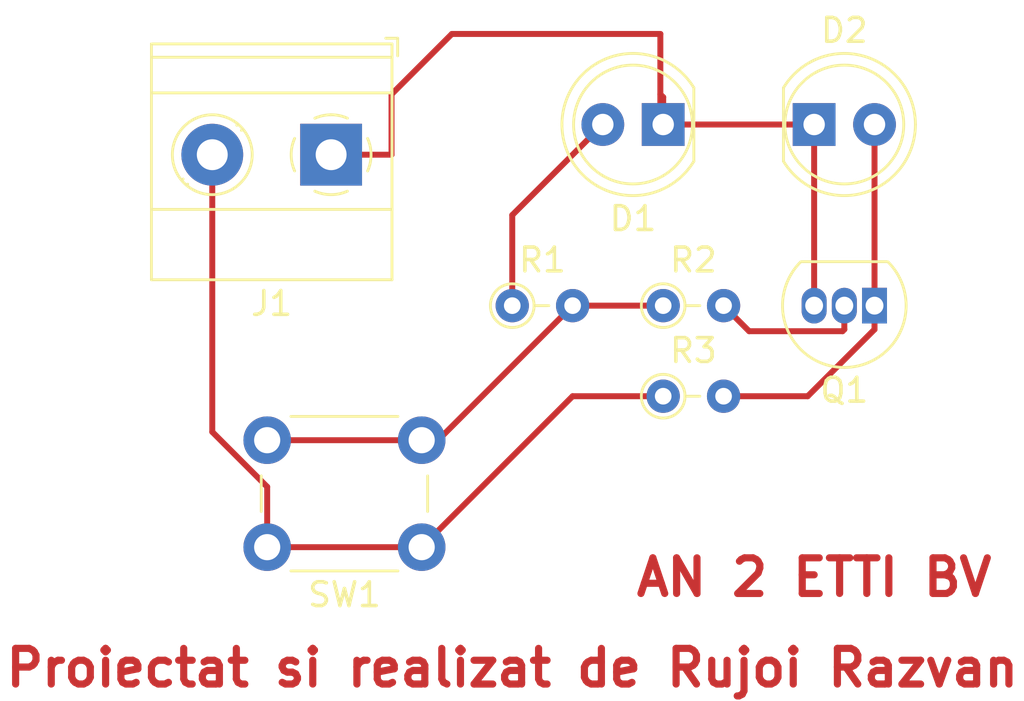
<source format=kicad_pcb>
(kicad_pcb (version 20171130) (host pcbnew "(5.1.9)-1")

  (general
    (thickness 1.6)
    (drawings 2)
    (tracks 30)
    (zones 0)
    (modules 8)
    (nets 7)
  )

  (page A4)
  (layers
    (0 F.Cu signal)
    (31 B.Cu signal)
    (32 B.Adhes user)
    (33 F.Adhes user)
    (34 B.Paste user)
    (35 F.Paste user)
    (36 B.SilkS user)
    (37 F.SilkS user)
    (38 B.Mask user)
    (39 F.Mask user)
    (40 Dwgs.User user)
    (41 Cmts.User user)
    (42 Eco1.User user)
    (43 Eco2.User user)
    (44 Edge.Cuts user)
    (45 Margin user)
    (46 B.CrtYd user)
    (47 F.CrtYd user)
    (48 B.Fab user)
    (49 F.Fab user)
  )

  (setup
    (last_trace_width 0.25)
    (trace_clearance 0.2)
    (zone_clearance 0.508)
    (zone_45_only no)
    (trace_min 0.2)
    (via_size 0.8)
    (via_drill 0.4)
    (via_min_size 0.4)
    (via_min_drill 0.3)
    (uvia_size 0.3)
    (uvia_drill 0.1)
    (uvias_allowed no)
    (uvia_min_size 0.2)
    (uvia_min_drill 0.1)
    (edge_width 0.05)
    (segment_width 0.2)
    (pcb_text_width 0.3)
    (pcb_text_size 1.5 1.5)
    (mod_edge_width 0.12)
    (mod_text_size 1 1)
    (mod_text_width 0.15)
    (pad_size 1.524 1.524)
    (pad_drill 0.762)
    (pad_to_mask_clearance 0)
    (aux_axis_origin 0 0)
    (visible_elements 7FFFFFFF)
    (pcbplotparams
      (layerselection 0x010fc_ffffffff)
      (usegerberextensions false)
      (usegerberattributes true)
      (usegerberadvancedattributes true)
      (creategerberjobfile true)
      (excludeedgelayer true)
      (linewidth 0.100000)
      (plotframeref false)
      (viasonmask false)
      (mode 1)
      (useauxorigin false)
      (hpglpennumber 1)
      (hpglpenspeed 20)
      (hpglpendiameter 15.000000)
      (psnegative false)
      (psa4output false)
      (plotreference true)
      (plotvalue true)
      (plotinvisibletext false)
      (padsonsilk false)
      (subtractmaskfromsilk false)
      (outputformat 1)
      (mirror false)
      (drillshape 1)
      (scaleselection 1)
      (outputdirectory ""))
  )

  (net 0 "")
  (net 1 "Net-(D1-Pad2)")
  (net 2 "Net-(D1-Pad1)")
  (net 3 "Net-(D2-Pad2)")
  (net 4 "Net-(J1-Pad2)")
  (net 5 "Net-(Q1-Pad2)")
  (net 6 "Net-(R1-Pad2)")

  (net_class Default "This is the default net class."
    (clearance 0.2)
    (trace_width 0.25)
    (via_dia 0.8)
    (via_drill 0.4)
    (uvia_dia 0.3)
    (uvia_drill 0.1)
    (add_net "Net-(D1-Pad1)")
    (add_net "Net-(D1-Pad2)")
    (add_net "Net-(D2-Pad2)")
    (add_net "Net-(J1-Pad2)")
    (add_net "Net-(Q1-Pad2)")
    (add_net "Net-(R1-Pad2)")
  )

  (module Resistor_THT:R_Axial_DIN0204_L3.6mm_D1.6mm_P2.54mm_Vertical (layer F.Cu) (tedit 5AE5139B) (tstamp 60AE87D7)
    (at 92.71 72.39)
    (descr "Resistor, Axial_DIN0204 series, Axial, Vertical, pin pitch=2.54mm, 0.167W, length*diameter=3.6*1.6mm^2, http://cdn-reichelt.de/documents/datenblatt/B400/1_4W%23YAG.pdf")
    (tags "Resistor Axial_DIN0204 series Axial Vertical pin pitch 2.54mm 0.167W length 3.6mm diameter 1.6mm")
    (path /60AE6F22)
    (fp_text reference R3 (at 1.27 -1.92) (layer F.SilkS)
      (effects (font (size 1 1) (thickness 0.15)))
    )
    (fp_text value 1k (at 1.27 1.92) (layer F.Fab)
      (effects (font (size 1 1) (thickness 0.15)))
    )
    (fp_circle (center 0 0) (end 0.8 0) (layer F.Fab) (width 0.1))
    (fp_circle (center 0 0) (end 0.92 0) (layer F.SilkS) (width 0.12))
    (fp_line (start 0 0) (end 2.54 0) (layer F.Fab) (width 0.1))
    (fp_line (start 0.92 0) (end 1.54 0) (layer F.SilkS) (width 0.12))
    (fp_line (start -1.05 -1.05) (end -1.05 1.05) (layer F.CrtYd) (width 0.05))
    (fp_line (start -1.05 1.05) (end 3.49 1.05) (layer F.CrtYd) (width 0.05))
    (fp_line (start 3.49 1.05) (end 3.49 -1.05) (layer F.CrtYd) (width 0.05))
    (fp_line (start 3.49 -1.05) (end -1.05 -1.05) (layer F.CrtYd) (width 0.05))
    (fp_text user %R (at 1.27 -1.92) (layer F.Fab)
      (effects (font (size 1 1) (thickness 0.15)))
    )
    (pad 1 thru_hole circle (at 0 0) (size 1.4 1.4) (drill 0.7) (layers *.Cu *.Mask)
      (net 4 "Net-(J1-Pad2)"))
    (pad 2 thru_hole oval (at 2.54 0) (size 1.4 1.4) (drill 0.7) (layers *.Cu *.Mask)
      (net 3 "Net-(D2-Pad2)"))
    (model ${KISYS3DMOD}/Resistor_THT.3dshapes/R_Axial_DIN0204_L3.6mm_D1.6mm_P2.54mm_Vertical.wrl
      (at (xyz 0 0 0))
      (scale (xyz 1 1 1))
      (rotate (xyz 0 0 0))
    )
  )

  (module Button_Switch_THT:SW_PUSH_6mm_H5mm (layer F.Cu) (tedit 5A02FE31) (tstamp 60AE87F6)
    (at 82.55 78.74 180)
    (descr "tactile push button, 6x6mm e.g. PHAP33xx series, height=5mm")
    (tags "tact sw push 6mm")
    (path /60AEBA7A)
    (fp_text reference SW1 (at 3.25 -2) (layer F.SilkS)
      (effects (font (size 1 1) (thickness 0.15)))
    )
    (fp_text value SW_DIP_x01 (at 3.75 6.7) (layer F.Fab)
      (effects (font (size 1 1) (thickness 0.15)))
    )
    (fp_circle (center 3.25 2.25) (end 1.25 2.5) (layer F.Fab) (width 0.1))
    (fp_line (start 6.75 3) (end 6.75 1.5) (layer F.SilkS) (width 0.12))
    (fp_line (start 5.5 -1) (end 1 -1) (layer F.SilkS) (width 0.12))
    (fp_line (start -0.25 1.5) (end -0.25 3) (layer F.SilkS) (width 0.12))
    (fp_line (start 1 5.5) (end 5.5 5.5) (layer F.SilkS) (width 0.12))
    (fp_line (start 8 -1.25) (end 8 5.75) (layer F.CrtYd) (width 0.05))
    (fp_line (start 7.75 6) (end -1.25 6) (layer F.CrtYd) (width 0.05))
    (fp_line (start -1.5 5.75) (end -1.5 -1.25) (layer F.CrtYd) (width 0.05))
    (fp_line (start -1.25 -1.5) (end 7.75 -1.5) (layer F.CrtYd) (width 0.05))
    (fp_line (start -1.5 6) (end -1.25 6) (layer F.CrtYd) (width 0.05))
    (fp_line (start -1.5 5.75) (end -1.5 6) (layer F.CrtYd) (width 0.05))
    (fp_line (start -1.5 -1.5) (end -1.25 -1.5) (layer F.CrtYd) (width 0.05))
    (fp_line (start -1.5 -1.25) (end -1.5 -1.5) (layer F.CrtYd) (width 0.05))
    (fp_line (start 8 -1.5) (end 8 -1.25) (layer F.CrtYd) (width 0.05))
    (fp_line (start 7.75 -1.5) (end 8 -1.5) (layer F.CrtYd) (width 0.05))
    (fp_line (start 8 6) (end 8 5.75) (layer F.CrtYd) (width 0.05))
    (fp_line (start 7.75 6) (end 8 6) (layer F.CrtYd) (width 0.05))
    (fp_line (start 0.25 -0.75) (end 3.25 -0.75) (layer F.Fab) (width 0.1))
    (fp_line (start 0.25 5.25) (end 0.25 -0.75) (layer F.Fab) (width 0.1))
    (fp_line (start 6.25 5.25) (end 0.25 5.25) (layer F.Fab) (width 0.1))
    (fp_line (start 6.25 -0.75) (end 6.25 5.25) (layer F.Fab) (width 0.1))
    (fp_line (start 3.25 -0.75) (end 6.25 -0.75) (layer F.Fab) (width 0.1))
    (fp_text user %R (at 3.25 2.25) (layer F.Fab)
      (effects (font (size 1 1) (thickness 0.15)))
    )
    (pad 1 thru_hole circle (at 6.5 0 270) (size 2 2) (drill 1.1) (layers *.Cu *.Mask)
      (net 4 "Net-(J1-Pad2)"))
    (pad 2 thru_hole circle (at 6.5 4.5 270) (size 2 2) (drill 1.1) (layers *.Cu *.Mask)
      (net 6 "Net-(R1-Pad2)"))
    (pad 1 thru_hole circle (at 0 0 270) (size 2 2) (drill 1.1) (layers *.Cu *.Mask)
      (net 4 "Net-(J1-Pad2)"))
    (pad 2 thru_hole circle (at 0 4.5 270) (size 2 2) (drill 1.1) (layers *.Cu *.Mask)
      (net 6 "Net-(R1-Pad2)"))
    (model ${KISYS3DMOD}/Button_Switch_THT.3dshapes/SW_PUSH_6mm_H5mm.wrl
      (at (xyz 0 0 0))
      (scale (xyz 1 1 1))
      (rotate (xyz 0 0 0))
    )
  )

  (module Resistor_THT:R_Axial_DIN0204_L3.6mm_D1.6mm_P2.54mm_Vertical (layer F.Cu) (tedit 5AE5139B) (tstamp 60AE87C8)
    (at 92.71 68.58)
    (descr "Resistor, Axial_DIN0204 series, Axial, Vertical, pin pitch=2.54mm, 0.167W, length*diameter=3.6*1.6mm^2, http://cdn-reichelt.de/documents/datenblatt/B400/1_4W%23YAG.pdf")
    (tags "Resistor Axial_DIN0204 series Axial Vertical pin pitch 2.54mm 0.167W length 3.6mm diameter 1.6mm")
    (path /60AE72E1)
    (fp_text reference R2 (at 1.27 -1.92) (layer F.SilkS)
      (effects (font (size 1 1) (thickness 0.15)))
    )
    (fp_text value 10k (at 1.27 1.92) (layer F.Fab)
      (effects (font (size 1 1) (thickness 0.15)))
    )
    (fp_line (start 3.49 -1.05) (end -1.05 -1.05) (layer F.CrtYd) (width 0.05))
    (fp_line (start 3.49 1.05) (end 3.49 -1.05) (layer F.CrtYd) (width 0.05))
    (fp_line (start -1.05 1.05) (end 3.49 1.05) (layer F.CrtYd) (width 0.05))
    (fp_line (start -1.05 -1.05) (end -1.05 1.05) (layer F.CrtYd) (width 0.05))
    (fp_line (start 0.92 0) (end 1.54 0) (layer F.SilkS) (width 0.12))
    (fp_line (start 0 0) (end 2.54 0) (layer F.Fab) (width 0.1))
    (fp_circle (center 0 0) (end 0.92 0) (layer F.SilkS) (width 0.12))
    (fp_circle (center 0 0) (end 0.8 0) (layer F.Fab) (width 0.1))
    (fp_text user %R (at 1.27 -1.92) (layer F.Fab)
      (effects (font (size 1 1) (thickness 0.15)))
    )
    (pad 2 thru_hole oval (at 2.54 0) (size 1.4 1.4) (drill 0.7) (layers *.Cu *.Mask)
      (net 5 "Net-(Q1-Pad2)"))
    (pad 1 thru_hole circle (at 0 0) (size 1.4 1.4) (drill 0.7) (layers *.Cu *.Mask)
      (net 6 "Net-(R1-Pad2)"))
    (model ${KISYS3DMOD}/Resistor_THT.3dshapes/R_Axial_DIN0204_L3.6mm_D1.6mm_P2.54mm_Vertical.wrl
      (at (xyz 0 0 0))
      (scale (xyz 1 1 1))
      (rotate (xyz 0 0 0))
    )
  )

  (module Resistor_THT:R_Axial_DIN0204_L3.6mm_D1.6mm_P2.54mm_Vertical (layer F.Cu) (tedit 5AE5139B) (tstamp 60AE87B9)
    (at 86.36 68.58)
    (descr "Resistor, Axial_DIN0204 series, Axial, Vertical, pin pitch=2.54mm, 0.167W, length*diameter=3.6*1.6mm^2, http://cdn-reichelt.de/documents/datenblatt/B400/1_4W%23YAG.pdf")
    (tags "Resistor Axial_DIN0204 series Axial Vertical pin pitch 2.54mm 0.167W length 3.6mm diameter 1.6mm")
    (path /60AE692A)
    (fp_text reference R1 (at 1.27 -1.92) (layer F.SilkS)
      (effects (font (size 1 1) (thickness 0.15)))
    )
    (fp_text value 1k (at 1.27 1.92) (layer F.Fab)
      (effects (font (size 1 1) (thickness 0.15)))
    )
    (fp_circle (center 0 0) (end 0.8 0) (layer F.Fab) (width 0.1))
    (fp_circle (center 0 0) (end 0.92 0) (layer F.SilkS) (width 0.12))
    (fp_line (start 0 0) (end 2.54 0) (layer F.Fab) (width 0.1))
    (fp_line (start 0.92 0) (end 1.54 0) (layer F.SilkS) (width 0.12))
    (fp_line (start -1.05 -1.05) (end -1.05 1.05) (layer F.CrtYd) (width 0.05))
    (fp_line (start -1.05 1.05) (end 3.49 1.05) (layer F.CrtYd) (width 0.05))
    (fp_line (start 3.49 1.05) (end 3.49 -1.05) (layer F.CrtYd) (width 0.05))
    (fp_line (start 3.49 -1.05) (end -1.05 -1.05) (layer F.CrtYd) (width 0.05))
    (fp_text user %R (at 1.27 -1.92) (layer F.Fab)
      (effects (font (size 1 1) (thickness 0.15)))
    )
    (pad 1 thru_hole circle (at 0 0) (size 1.4 1.4) (drill 0.7) (layers *.Cu *.Mask)
      (net 1 "Net-(D1-Pad2)"))
    (pad 2 thru_hole oval (at 2.54 0) (size 1.4 1.4) (drill 0.7) (layers *.Cu *.Mask)
      (net 6 "Net-(R1-Pad2)"))
    (model ${KISYS3DMOD}/Resistor_THT.3dshapes/R_Axial_DIN0204_L3.6mm_D1.6mm_P2.54mm_Vertical.wrl
      (at (xyz 0 0 0))
      (scale (xyz 1 1 1))
      (rotate (xyz 0 0 0))
    )
  )

  (module Package_TO_SOT_THT:TO-92_Inline (layer F.Cu) (tedit 5A1DD157) (tstamp 60AE87AA)
    (at 101.6 68.58 180)
    (descr "TO-92 leads in-line, narrow, oval pads, drill 0.75mm (see NXP sot054_po.pdf)")
    (tags "to-92 sc-43 sc-43a sot54 PA33 transistor")
    (path /60AE4886)
    (fp_text reference Q1 (at 1.27 -3.56) (layer F.SilkS)
      (effects (font (size 1 1) (thickness 0.15)))
    )
    (fp_text value BC337 (at 1.27 2.79) (layer F.Fab)
      (effects (font (size 1 1) (thickness 0.15)))
    )
    (fp_line (start 4 2.01) (end -1.46 2.01) (layer F.CrtYd) (width 0.05))
    (fp_line (start 4 2.01) (end 4 -2.73) (layer F.CrtYd) (width 0.05))
    (fp_line (start -1.46 -2.73) (end -1.46 2.01) (layer F.CrtYd) (width 0.05))
    (fp_line (start -1.46 -2.73) (end 4 -2.73) (layer F.CrtYd) (width 0.05))
    (fp_line (start -0.5 1.75) (end 3 1.75) (layer F.Fab) (width 0.1))
    (fp_line (start -0.53 1.85) (end 3.07 1.85) (layer F.SilkS) (width 0.12))
    (fp_arc (start 1.27 0) (end 1.27 -2.6) (angle 135) (layer F.SilkS) (width 0.12))
    (fp_arc (start 1.27 0) (end 1.27 -2.48) (angle -135) (layer F.Fab) (width 0.1))
    (fp_arc (start 1.27 0) (end 1.27 -2.6) (angle -135) (layer F.SilkS) (width 0.12))
    (fp_arc (start 1.27 0) (end 1.27 -2.48) (angle 135) (layer F.Fab) (width 0.1))
    (fp_text user %R (at 1.27 0) (layer F.Fab)
      (effects (font (size 1 1) (thickness 0.15)))
    )
    (pad 1 thru_hole rect (at 0 0 180) (size 1.05 1.5) (drill 0.75) (layers *.Cu *.Mask)
      (net 3 "Net-(D2-Pad2)"))
    (pad 3 thru_hole oval (at 2.54 0 180) (size 1.05 1.5) (drill 0.75) (layers *.Cu *.Mask)
      (net 2 "Net-(D1-Pad1)"))
    (pad 2 thru_hole oval (at 1.27 0 180) (size 1.05 1.5) (drill 0.75) (layers *.Cu *.Mask)
      (net 5 "Net-(Q1-Pad2)"))
    (model ${KISYS3DMOD}/Package_TO_SOT_THT.3dshapes/TO-92_Inline.wrl
      (at (xyz 0 0 0))
      (scale (xyz 1 1 1))
      (rotate (xyz 0 0 0))
    )
  )

  (module TerminalBlock_Phoenix:TerminalBlock_Phoenix_MKDS-1,5-2_1x02_P5.00mm_Horizontal (layer F.Cu) (tedit 5B294EE5) (tstamp 60AE8798)
    (at 78.74 62.23 180)
    (descr "Terminal Block Phoenix MKDS-1,5-2, 2 pins, pitch 5mm, size 10x9.8mm^2, drill diamater 1.3mm, pad diameter 2.6mm, see http://www.farnell.com/datasheets/100425.pdf, script-generated using https://github.com/pointhi/kicad-footprint-generator/scripts/TerminalBlock_Phoenix")
    (tags "THT Terminal Block Phoenix MKDS-1,5-2 pitch 5mm size 10x9.8mm^2 drill 1.3mm pad 2.6mm")
    (path /60AEF30A)
    (fp_text reference J1 (at 2.5 -6.26) (layer F.SilkS)
      (effects (font (size 1 1) (thickness 0.15)))
    )
    (fp_text value Screw_Terminal_01x02 (at 2.5 5.66) (layer F.Fab)
      (effects (font (size 1 1) (thickness 0.15)))
    )
    (fp_line (start 8 -5.71) (end -3 -5.71) (layer F.CrtYd) (width 0.05))
    (fp_line (start 8 5.1) (end 8 -5.71) (layer F.CrtYd) (width 0.05))
    (fp_line (start -3 5.1) (end 8 5.1) (layer F.CrtYd) (width 0.05))
    (fp_line (start -3 -5.71) (end -3 5.1) (layer F.CrtYd) (width 0.05))
    (fp_line (start -2.8 4.9) (end -2.3 4.9) (layer F.SilkS) (width 0.12))
    (fp_line (start -2.8 4.16) (end -2.8 4.9) (layer F.SilkS) (width 0.12))
    (fp_line (start 3.773 1.023) (end 3.726 1.069) (layer F.SilkS) (width 0.12))
    (fp_line (start 6.07 -1.275) (end 6.035 -1.239) (layer F.SilkS) (width 0.12))
    (fp_line (start 3.966 1.239) (end 3.931 1.274) (layer F.SilkS) (width 0.12))
    (fp_line (start 6.275 -1.069) (end 6.228 -1.023) (layer F.SilkS) (width 0.12))
    (fp_line (start 5.955 -1.138) (end 3.863 0.955) (layer F.Fab) (width 0.1))
    (fp_line (start 6.138 -0.955) (end 4.046 1.138) (layer F.Fab) (width 0.1))
    (fp_line (start 0.955 -1.138) (end -1.138 0.955) (layer F.Fab) (width 0.1))
    (fp_line (start 1.138 -0.955) (end -0.955 1.138) (layer F.Fab) (width 0.1))
    (fp_line (start 7.56 -5.261) (end 7.56 4.66) (layer F.SilkS) (width 0.12))
    (fp_line (start -2.56 -5.261) (end -2.56 4.66) (layer F.SilkS) (width 0.12))
    (fp_line (start -2.56 4.66) (end 7.56 4.66) (layer F.SilkS) (width 0.12))
    (fp_line (start -2.56 -5.261) (end 7.56 -5.261) (layer F.SilkS) (width 0.12))
    (fp_line (start -2.56 -2.301) (end 7.56 -2.301) (layer F.SilkS) (width 0.12))
    (fp_line (start -2.5 -2.3) (end 7.5 -2.3) (layer F.Fab) (width 0.1))
    (fp_line (start -2.56 2.6) (end 7.56 2.6) (layer F.SilkS) (width 0.12))
    (fp_line (start -2.5 2.6) (end 7.5 2.6) (layer F.Fab) (width 0.1))
    (fp_line (start -2.56 4.1) (end 7.56 4.1) (layer F.SilkS) (width 0.12))
    (fp_line (start -2.5 4.1) (end 7.5 4.1) (layer F.Fab) (width 0.1))
    (fp_line (start -2.5 4.1) (end -2.5 -5.2) (layer F.Fab) (width 0.1))
    (fp_line (start -2 4.6) (end -2.5 4.1) (layer F.Fab) (width 0.1))
    (fp_line (start 7.5 4.6) (end -2 4.6) (layer F.Fab) (width 0.1))
    (fp_line (start 7.5 -5.2) (end 7.5 4.6) (layer F.Fab) (width 0.1))
    (fp_line (start -2.5 -5.2) (end 7.5 -5.2) (layer F.Fab) (width 0.1))
    (fp_circle (center 5 0) (end 6.68 0) (layer F.SilkS) (width 0.12))
    (fp_circle (center 5 0) (end 6.5 0) (layer F.Fab) (width 0.1))
    (fp_circle (center 0 0) (end 1.5 0) (layer F.Fab) (width 0.1))
    (fp_text user %R (at 2.5 3.2) (layer F.Fab)
      (effects (font (size 1 1) (thickness 0.15)))
    )
    (fp_arc (start 0 0) (end -0.684 1.535) (angle -25) (layer F.SilkS) (width 0.12))
    (fp_arc (start 0 0) (end -1.535 -0.684) (angle -48) (layer F.SilkS) (width 0.12))
    (fp_arc (start 0 0) (end 0.684 -1.535) (angle -48) (layer F.SilkS) (width 0.12))
    (fp_arc (start 0 0) (end 1.535 0.684) (angle -48) (layer F.SilkS) (width 0.12))
    (fp_arc (start 0 0) (end 0 1.68) (angle -24) (layer F.SilkS) (width 0.12))
    (pad 2 thru_hole circle (at 5 0 180) (size 2.6 2.6) (drill 1.3) (layers *.Cu *.Mask)
      (net 4 "Net-(J1-Pad2)"))
    (pad 1 thru_hole rect (at 0 0 180) (size 2.6 2.6) (drill 1.3) (layers *.Cu *.Mask)
      (net 2 "Net-(D1-Pad1)"))
    (model ${KISYS3DMOD}/TerminalBlock_Phoenix.3dshapes/TerminalBlock_Phoenix_MKDS-1,5-2_1x02_P5.00mm_Horizontal.wrl
      (at (xyz 0 0 0))
      (scale (xyz 1 1 1))
      (rotate (xyz 0 0 0))
    )
  )

  (module LED_THT:LED_D5.0mm (layer F.Cu) (tedit 5995936A) (tstamp 60AE876C)
    (at 99.06 60.96)
    (descr "LED, diameter 5.0mm, 2 pins, http://cdn-reichelt.de/documents/datenblatt/A500/LL-504BC2E-009.pdf")
    (tags "LED diameter 5.0mm 2 pins")
    (path /60AE52B7)
    (fp_text reference D2 (at 1.27 -3.96) (layer F.SilkS)
      (effects (font (size 1 1) (thickness 0.15)))
    )
    (fp_text value LED (at 1.27 3.96) (layer F.Fab)
      (effects (font (size 1 1) (thickness 0.15)))
    )
    (fp_line (start 4.5 -3.25) (end -1.95 -3.25) (layer F.CrtYd) (width 0.05))
    (fp_line (start 4.5 3.25) (end 4.5 -3.25) (layer F.CrtYd) (width 0.05))
    (fp_line (start -1.95 3.25) (end 4.5 3.25) (layer F.CrtYd) (width 0.05))
    (fp_line (start -1.95 -3.25) (end -1.95 3.25) (layer F.CrtYd) (width 0.05))
    (fp_line (start -1.29 -1.545) (end -1.29 1.545) (layer F.SilkS) (width 0.12))
    (fp_line (start -1.23 -1.469694) (end -1.23 1.469694) (layer F.Fab) (width 0.1))
    (fp_circle (center 1.27 0) (end 3.77 0) (layer F.SilkS) (width 0.12))
    (fp_circle (center 1.27 0) (end 3.77 0) (layer F.Fab) (width 0.1))
    (fp_text user %R (at 1.25 0) (layer F.Fab)
      (effects (font (size 0.8 0.8) (thickness 0.2)))
    )
    (fp_arc (start 1.27 0) (end -1.29 1.54483) (angle -148.9) (layer F.SilkS) (width 0.12))
    (fp_arc (start 1.27 0) (end -1.29 -1.54483) (angle 148.9) (layer F.SilkS) (width 0.12))
    (fp_arc (start 1.27 0) (end -1.23 -1.469694) (angle 299.1) (layer F.Fab) (width 0.1))
    (pad 2 thru_hole circle (at 2.54 0) (size 1.8 1.8) (drill 0.9) (layers *.Cu *.Mask)
      (net 3 "Net-(D2-Pad2)"))
    (pad 1 thru_hole rect (at 0 0) (size 1.8 1.8) (drill 0.9) (layers *.Cu *.Mask)
      (net 2 "Net-(D1-Pad1)"))
    (model ${KISYS3DMOD}/LED_THT.3dshapes/LED_D5.0mm.wrl
      (at (xyz 0 0 0))
      (scale (xyz 1 1 1))
      (rotate (xyz 0 0 0))
    )
  )

  (module LED_THT:LED_D5.0mm (layer F.Cu) (tedit 5995936A) (tstamp 60AE875A)
    (at 92.71 60.96 180)
    (descr "LED, diameter 5.0mm, 2 pins, http://cdn-reichelt.de/documents/datenblatt/A500/LL-504BC2E-009.pdf")
    (tags "LED diameter 5.0mm 2 pins")
    (path /60AE5D07)
    (fp_text reference D1 (at 1.27 -3.96) (layer F.SilkS)
      (effects (font (size 1 1) (thickness 0.15)))
    )
    (fp_text value LED (at 1.27 3.96) (layer F.Fab)
      (effects (font (size 1 1) (thickness 0.15)))
    )
    (fp_line (start 4.5 -3.25) (end -1.95 -3.25) (layer F.CrtYd) (width 0.05))
    (fp_line (start 4.5 3.25) (end 4.5 -3.25) (layer F.CrtYd) (width 0.05))
    (fp_line (start -1.95 3.25) (end 4.5 3.25) (layer F.CrtYd) (width 0.05))
    (fp_line (start -1.95 -3.25) (end -1.95 3.25) (layer F.CrtYd) (width 0.05))
    (fp_line (start -1.29 -1.545) (end -1.29 1.545) (layer F.SilkS) (width 0.12))
    (fp_line (start -1.23 -1.469694) (end -1.23 1.469694) (layer F.Fab) (width 0.1))
    (fp_circle (center 1.27 0) (end 3.77 0) (layer F.SilkS) (width 0.12))
    (fp_circle (center 1.27 0) (end 3.77 0) (layer F.Fab) (width 0.1))
    (fp_text user %R (at 1.25 0) (layer F.Fab)
      (effects (font (size 0.8 0.8) (thickness 0.2)))
    )
    (fp_arc (start 1.27 0) (end -1.29 1.54483) (angle -148.9) (layer F.SilkS) (width 0.12))
    (fp_arc (start 1.27 0) (end -1.29 -1.54483) (angle 148.9) (layer F.SilkS) (width 0.12))
    (fp_arc (start 1.27 0) (end -1.23 -1.469694) (angle 299.1) (layer F.Fab) (width 0.1))
    (pad 2 thru_hole circle (at 2.54 0 180) (size 1.8 1.8) (drill 0.9) (layers *.Cu *.Mask)
      (net 1 "Net-(D1-Pad2)"))
    (pad 1 thru_hole rect (at 0 0 180) (size 1.8 1.8) (drill 0.9) (layers *.Cu *.Mask)
      (net 2 "Net-(D1-Pad1)"))
    (model ${KISYS3DMOD}/LED_THT.3dshapes/LED_D5.0mm.wrl
      (at (xyz 0 0 0))
      (scale (xyz 1 1 1))
      (rotate (xyz 0 0 0))
    )
  )

  (gr_text "AN 2 ETTI BV" (at 99.06 80.01) (layer F.Cu)
    (effects (font (size 1.5 1.5) (thickness 0.3)))
  )
  (gr_text "Proiectat si realizat de Rujoi Razvan" (at 86.36 83.82) (layer F.Cu)
    (effects (font (size 1.5 1.5) (thickness 0.3)))
  )

  (segment (start 86.36 64.77) (end 90.17 60.96) (width 0.25) (layer F.Cu) (net 1))
  (segment (start 86.36 68.58) (end 86.36 64.77) (width 0.25) (layer F.Cu) (net 1))
  (segment (start 78.74 62.23) (end 81.28 62.23) (width 0.25) (layer F.Cu) (net 2))
  (segment (start 81.28 59.69) (end 81.28 62.23) (width 0.25) (layer F.Cu) (net 2))
  (segment (start 83.82 57.15) (end 92.59 57.15) (width 0.25) (layer F.Cu) (net 2))
  (segment (start 92.59 57.15) (end 92.59 60.84) (width 0.25) (layer F.Cu) (net 2) (status 800000))
  (segment (start 92.59 60.84) (end 92.71 60.96) (width 0.25) (layer F.Cu) (net 2) (tstamp 60AFAA45) (status C00000))
  (segment (start 81.28 59.69) (end 83.82 57.15) (width 0.25) (layer F.Cu) (net 2))
  (segment (start 92.71 59.81) (end 92.71 60.96) (width 0.25) (layer F.Cu) (net 2))
  (segment (start 92.59 59.69) (end 92.71 59.81) (width 0.25) (layer F.Cu) (net 2))
  (segment (start 99.06 68.58) (end 99.06 60.96) (width 0.25) (layer F.Cu) (net 2))
  (segment (start 99.06 60.96) (end 92.71 60.96) (width 0.25) (layer F.Cu) (net 2))
  (segment (start 98.79 72.39) (end 95.25 72.39) (width 0.25) (layer F.Cu) (net 3))
  (segment (start 101.6 69.58) (end 98.79 72.39) (width 0.25) (layer F.Cu) (net 3))
  (segment (start 101.6 68.58) (end 101.6 69.58) (width 0.25) (layer F.Cu) (net 3))
  (segment (start 101.6 60.96) (end 101.6 68.58) (width 0.25) (layer F.Cu) (net 3))
  (segment (start 76.05 76.201002) (end 76.05 78.74) (width 0.25) (layer F.Cu) (net 4))
  (segment (start 73.74 73.891002) (end 76.05 76.201002) (width 0.25) (layer F.Cu) (net 4))
  (segment (start 73.74 62.23) (end 73.74 73.891002) (width 0.25) (layer F.Cu) (net 4))
  (segment (start 76.05 78.74) (end 82.55 78.74) (width 0.25) (layer F.Cu) (net 4))
  (segment (start 88.9 72.39) (end 82.55 78.74) (width 0.25) (layer F.Cu) (net 4))
  (segment (start 92.71 72.39) (end 88.9 72.39) (width 0.25) (layer F.Cu) (net 4))
  (segment (start 100.33 69.58) (end 100.33 68.58) (width 0.25) (layer F.Cu) (net 5))
  (segment (start 100.25499 69.65501) (end 100.33 69.58) (width 0.25) (layer F.Cu) (net 5))
  (segment (start 96.32501 69.65501) (end 100.25499 69.65501) (width 0.25) (layer F.Cu) (net 5))
  (segment (start 95.25 68.58) (end 96.32501 69.65501) (width 0.25) (layer F.Cu) (net 5))
  (segment (start 83.24 74.24) (end 82.55 74.24) (width 0.25) (layer F.Cu) (net 6))
  (segment (start 88.9 68.58) (end 83.24 74.24) (width 0.25) (layer F.Cu) (net 6))
  (segment (start 88.9 68.58) (end 92.71 68.58) (width 0.25) (layer F.Cu) (net 6))
  (segment (start 76.05 74.24) (end 82.55 74.24) (width 0.25) (layer F.Cu) (net 6))

)

</source>
